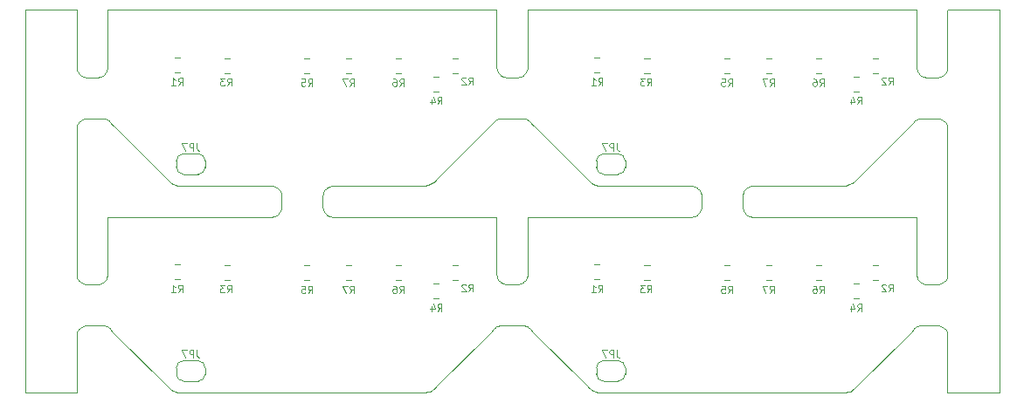
<source format=gbr>
G04 #@! TF.GenerationSoftware,KiCad,Pcbnew,5.1.5+dfsg1-2build2*
G04 #@! TF.CreationDate,2021-02-18T19:40:11-08:00*
G04 #@! TF.ProjectId,panel,70616e65-6c2e-46b6-9963-61645f706362,rev?*
G04 #@! TF.SameCoordinates,Original*
G04 #@! TF.FileFunction,Legend,Bot*
G04 #@! TF.FilePolarity,Positive*
%FSLAX46Y46*%
G04 Gerber Fmt 4.6, Leading zero omitted, Abs format (unit mm)*
G04 Created by KiCad (PCBNEW 5.1.5+dfsg1-2build2) date 2021-02-18 19:40:11*
%MOMM*%
%LPD*%
G04 APERTURE LIST*
G04 #@! TA.AperFunction,Profile*
%ADD10C,0.100000*%
G04 #@! TD*
%ADD11C,0.120000*%
%ADD12C,0.100000*%
G04 APERTURE END LIST*
D10*
X46999000Y-75634600D02*
X46999000Y-61533200D01*
X47003800Y-75731900D02*
X46999000Y-75634600D01*
X47018000Y-75828000D02*
X47003800Y-75731900D01*
X47041600Y-75922200D02*
X47018000Y-75828000D01*
X47074400Y-76013700D02*
X47041600Y-75922200D01*
X47115900Y-76101500D02*
X47074400Y-76013700D01*
X47165900Y-76184900D02*
X47115900Y-76101500D01*
X47223700Y-76262900D02*
X47165900Y-76184900D01*
X47289000Y-76334900D02*
X47223700Y-76262900D01*
X47361000Y-76400100D02*
X47289000Y-76334900D01*
X47439000Y-76458000D02*
X47361000Y-76400100D01*
X47522300Y-76508000D02*
X47439000Y-76458000D01*
X47610100Y-76549500D02*
X47522300Y-76508000D01*
X47701600Y-76582200D02*
X47610100Y-76549500D01*
X47795900Y-76605800D02*
X47701600Y-76582200D01*
X47892000Y-76620100D02*
X47795900Y-76605800D01*
X47989200Y-76624900D02*
X47892000Y-76620100D01*
X49009400Y-76624900D02*
X47989200Y-76624900D01*
X49106700Y-76620100D02*
X49009400Y-76624900D01*
X49202800Y-76605800D02*
X49106700Y-76620100D01*
X49297000Y-76582200D02*
X49202800Y-76605800D01*
X49388500Y-76549500D02*
X49297000Y-76582200D01*
X49476300Y-76508000D02*
X49388500Y-76549500D01*
X49559600Y-76458000D02*
X49476300Y-76508000D01*
X49637600Y-76400200D02*
X49559600Y-76458000D01*
X49709600Y-76334900D02*
X49637600Y-76400200D01*
X49774900Y-76263000D02*
X49709600Y-76334900D01*
X49832700Y-76185000D02*
X49774900Y-76263000D01*
X49882700Y-76101600D02*
X49832700Y-76185000D01*
X49924200Y-76013800D02*
X49882700Y-76101600D01*
X49957000Y-75922400D02*
X49924200Y-76013800D01*
X49980600Y-75828100D02*
X49957000Y-75922400D01*
X49994900Y-75732000D02*
X49980600Y-75828100D01*
X49999700Y-75634800D02*
X49994900Y-75732000D01*
X50000500Y-70096500D02*
X49999700Y-75634800D01*
X50002000Y-70088500D02*
X50000500Y-70096500D01*
X50007000Y-70084000D02*
X50002000Y-70088500D01*
X50014100Y-70082900D02*
X50007000Y-70084000D01*
X65860500Y-70082900D02*
X50014100Y-70082900D01*
X65957800Y-70078100D02*
X65860500Y-70082900D01*
X66053900Y-70063900D02*
X65957800Y-70078100D01*
X66148100Y-70040300D02*
X66053900Y-70063900D01*
X66239600Y-70007500D02*
X66148100Y-70040300D01*
X66327400Y-69966000D02*
X66239600Y-70007500D01*
X66410800Y-69916000D02*
X66327400Y-69966000D01*
X66488800Y-69858200D02*
X66410800Y-69916000D01*
X66560800Y-69792900D02*
X66488800Y-69858200D01*
X66626000Y-69720900D02*
X66560800Y-69792900D01*
X66683900Y-69642900D02*
X66626000Y-69720900D01*
X66733900Y-69559600D02*
X66683900Y-69642900D01*
X66775400Y-69471800D02*
X66733900Y-69559600D01*
X66808100Y-69380300D02*
X66775400Y-69471800D01*
X66831700Y-69286000D02*
X66808100Y-69380300D01*
X66846000Y-69189900D02*
X66831700Y-69286000D01*
X66850800Y-69092700D02*
X66846000Y-69189900D01*
X66850800Y-68072900D02*
X66850800Y-69092700D01*
X66846000Y-67975700D02*
X66850800Y-68072900D01*
X66831700Y-67879600D02*
X66846000Y-67975700D01*
X66808100Y-67785300D02*
X66831700Y-67879600D01*
X66775400Y-67693900D02*
X66808100Y-67785300D01*
X66733900Y-67606100D02*
X66775400Y-67693900D01*
X66683900Y-67522700D02*
X66733900Y-67606100D01*
X66626100Y-67444700D02*
X66683900Y-67522700D01*
X66560800Y-67372700D02*
X66626100Y-67444700D01*
X66488900Y-67307500D02*
X66560800Y-67372700D01*
X66410800Y-67249600D02*
X66488900Y-67307500D01*
X66327500Y-67199600D02*
X66410800Y-67249600D01*
X66239700Y-67158100D02*
X66327500Y-67199600D01*
X66148300Y-67125400D02*
X66239700Y-67158100D01*
X66054000Y-67101700D02*
X66148300Y-67125400D01*
X65957900Y-67087500D02*
X66054000Y-67101700D01*
X65860700Y-67082700D02*
X65957900Y-67087500D01*
X57246500Y-67081300D02*
X65860700Y-67082700D01*
X57036500Y-67069600D02*
X57246500Y-67081300D01*
X57008600Y-67066400D02*
X57036500Y-67069600D01*
X56801700Y-67030900D02*
X57008600Y-67066400D01*
X56599400Y-66973000D02*
X56801700Y-67030900D01*
X56572800Y-66963700D02*
X56599400Y-66973000D01*
X56379000Y-66883000D02*
X56572800Y-66963700D01*
X56182700Y-66774600D02*
X56379000Y-66883000D01*
X55999800Y-66644900D02*
X56182700Y-66774600D01*
X55832100Y-66495400D02*
X55999800Y-66644900D01*
X50589700Y-61255700D02*
X55832100Y-66495400D01*
X50453800Y-61105900D02*
X50589700Y-61255700D01*
X50333400Y-60943900D02*
X50453800Y-61105900D01*
X50274900Y-60872100D02*
X50333400Y-60943900D01*
X50210100Y-60806300D02*
X50274900Y-60872100D01*
X50139500Y-60746800D02*
X50210100Y-60806300D01*
X50063600Y-60694200D02*
X50139500Y-60746800D01*
X49983100Y-60648800D02*
X50063600Y-60694200D01*
X49898800Y-60611100D02*
X49983100Y-60648800D01*
X49811300Y-60581500D02*
X49898800Y-60611100D01*
X49721500Y-60560200D02*
X49811300Y-60581500D01*
X49630000Y-60547300D02*
X49721500Y-60560200D01*
X49537500Y-60543000D02*
X49630000Y-60547300D01*
X47989200Y-60543000D02*
X49537500Y-60543000D01*
X47892000Y-60547700D02*
X47989200Y-60543000D01*
X47795900Y-60562000D02*
X47892000Y-60547700D01*
X47701600Y-60585600D02*
X47795900Y-60562000D01*
X47610100Y-60618300D02*
X47701600Y-60585600D01*
X47522300Y-60659900D02*
X47610100Y-60618300D01*
X47439000Y-60709800D02*
X47522300Y-60659900D01*
X47361000Y-60767700D02*
X47439000Y-60709800D01*
X47289000Y-60832900D02*
X47361000Y-60767700D01*
X47223700Y-60904900D02*
X47289000Y-60832900D01*
X47165900Y-60982900D02*
X47223700Y-60904900D01*
X47115900Y-61066300D02*
X47165900Y-60982900D01*
X47074400Y-61154100D02*
X47115900Y-61066300D01*
X47041600Y-61245600D02*
X47074400Y-61154100D01*
X47018000Y-61339800D02*
X47041600Y-61245600D01*
X47003800Y-61435900D02*
X47018000Y-61339800D01*
X46999000Y-61533200D02*
X47003800Y-61435900D01*
X87255200Y-61092200D02*
X87359300Y-60950100D01*
X87107800Y-61254900D02*
X87255200Y-61092200D01*
X81868200Y-66494500D02*
X87107800Y-61254900D01*
X81727400Y-66622400D02*
X81868200Y-66494500D01*
X81708400Y-66638100D02*
X81727400Y-66622400D01*
X81560100Y-66747600D02*
X81708400Y-66638100D01*
X81391700Y-66848500D02*
X81560100Y-66747600D01*
X81214100Y-66932500D02*
X81391700Y-66848500D01*
X81041200Y-66994600D02*
X81214100Y-66932500D01*
X81017600Y-67001800D02*
X81041200Y-66994600D01*
X80839200Y-67046200D02*
X81017600Y-67001800D01*
X80657000Y-67073500D02*
X80839200Y-67046200D01*
X80632500Y-67075900D02*
X80657000Y-67073500D01*
X80448700Y-67084800D02*
X80632500Y-67075900D01*
X71843200Y-67083600D02*
X80448700Y-67084800D01*
X71745900Y-67088400D02*
X71843200Y-67083600D01*
X71649800Y-67102600D02*
X71745900Y-67088400D01*
X71555500Y-67126200D02*
X71649800Y-67102600D01*
X71464000Y-67158900D02*
X71555500Y-67126200D01*
X71376200Y-67200500D02*
X71464000Y-67158900D01*
X71292800Y-67250400D02*
X71376200Y-67200500D01*
X71214800Y-67308300D02*
X71292800Y-67250400D01*
X71142800Y-67373500D02*
X71214800Y-67308300D01*
X71077500Y-67445500D02*
X71142800Y-67373500D01*
X71019600Y-67523500D02*
X71077500Y-67445500D01*
X70969700Y-67606900D02*
X71019600Y-67523500D01*
X70928100Y-67694700D02*
X70969700Y-67606900D01*
X70895400Y-67786200D02*
X70928100Y-67694700D01*
X70871800Y-67880400D02*
X70895400Y-67786200D01*
X70857500Y-67976600D02*
X70871800Y-67880400D01*
X70852800Y-68073800D02*
X70857500Y-67976600D01*
X70852800Y-69092700D02*
X70852800Y-68073800D01*
X70857500Y-69189900D02*
X70852800Y-69092700D01*
X70871800Y-69286000D02*
X70857500Y-69189900D01*
X70895400Y-69380300D02*
X70871800Y-69286000D01*
X70928100Y-69471800D02*
X70895400Y-69380300D01*
X70969700Y-69559600D02*
X70928100Y-69471800D01*
X71019600Y-69642900D02*
X70969700Y-69559600D01*
X71077500Y-69720900D02*
X71019600Y-69642900D01*
X71142700Y-69792900D02*
X71077500Y-69720900D01*
X71214700Y-69858200D02*
X71142700Y-69792900D01*
X71292800Y-69916000D02*
X71214700Y-69858200D01*
X71376100Y-69966000D02*
X71292800Y-69916000D01*
X71463900Y-70007500D02*
X71376100Y-69966000D01*
X71555400Y-70040300D02*
X71463900Y-70007500D01*
X71649600Y-70063900D02*
X71555400Y-70040300D01*
X71745700Y-70078100D02*
X71649600Y-70063900D01*
X71843000Y-70082900D02*
X71745700Y-70078100D01*
X87686000Y-70082900D02*
X71843000Y-70082900D01*
X87693100Y-70084000D02*
X87686000Y-70082900D01*
X87698100Y-70088500D02*
X87693100Y-70084000D01*
X87699600Y-70096500D02*
X87698100Y-70088500D01*
X87702400Y-75635100D02*
X87699600Y-70096500D01*
X87707200Y-75732400D02*
X87702400Y-75635100D01*
X87721500Y-75828400D02*
X87707200Y-75732400D01*
X87745100Y-75922600D02*
X87721500Y-75828400D01*
X87777900Y-76014100D02*
X87745100Y-75922600D01*
X87819400Y-76101800D02*
X87777900Y-76014100D01*
X87869400Y-76185100D02*
X87819400Y-76101800D01*
X87927300Y-76263100D02*
X87869400Y-76185100D01*
X87992500Y-76335100D02*
X87927300Y-76263100D01*
X88064500Y-76400300D02*
X87992500Y-76335100D01*
X88142500Y-76458100D02*
X88064500Y-76400300D01*
X88225800Y-76508000D02*
X88142500Y-76458100D01*
X88313600Y-76549500D02*
X88225800Y-76508000D01*
X88405100Y-76582300D02*
X88313600Y-76549500D01*
X88499300Y-76605800D02*
X88405100Y-76582300D01*
X88595300Y-76620100D02*
X88499300Y-76605800D01*
X88692600Y-76624900D02*
X88595300Y-76620100D01*
X89712900Y-76624900D02*
X88692600Y-76624900D01*
X89810200Y-76620100D02*
X89712900Y-76624900D01*
X89906300Y-76605800D02*
X89810200Y-76620100D01*
X90000500Y-76582200D02*
X89906300Y-76605800D01*
X90092000Y-76549500D02*
X90000500Y-76582200D01*
X90179800Y-76508000D02*
X90092000Y-76549500D01*
X90263100Y-76458000D02*
X90179800Y-76508000D01*
X90341100Y-76400200D02*
X90263100Y-76458000D01*
X90413100Y-76334900D02*
X90341100Y-76400200D01*
X90478400Y-76263000D02*
X90413100Y-76334900D01*
X90536200Y-76185000D02*
X90478400Y-76263000D01*
X90586200Y-76101600D02*
X90536200Y-76185000D01*
X90627700Y-76013800D02*
X90586200Y-76101600D01*
X90660500Y-75922400D02*
X90627700Y-76013800D01*
X90684100Y-75828100D02*
X90660500Y-75922400D01*
X90698400Y-75732000D02*
X90684100Y-75828100D01*
X90703200Y-75634800D02*
X90698400Y-75732000D01*
X90704000Y-70096500D02*
X90703200Y-75634800D01*
X90705500Y-70088500D02*
X90704000Y-70096500D01*
X90710500Y-70084000D02*
X90705500Y-70088500D01*
X90717600Y-70082900D02*
X90710500Y-70084000D01*
X106564000Y-70082900D02*
X90717600Y-70082900D01*
X106661300Y-70078100D02*
X106564000Y-70082900D01*
X106757400Y-70063900D02*
X106661300Y-70078100D01*
X106851700Y-70040300D02*
X106757400Y-70063900D01*
X106943100Y-70007500D02*
X106851700Y-70040300D01*
X107031000Y-69966000D02*
X106943100Y-70007500D01*
X107114300Y-69916000D02*
X107031000Y-69966000D01*
X107192300Y-69858200D02*
X107114300Y-69916000D01*
X107264300Y-69792900D02*
X107192300Y-69858200D01*
X107329600Y-69720900D02*
X107264300Y-69792900D01*
X107387400Y-69642900D02*
X107329600Y-69720900D01*
X107437400Y-69559600D02*
X107387400Y-69642900D01*
X107478900Y-69471800D02*
X107437400Y-69559600D01*
X107511600Y-69380300D02*
X107478900Y-69471800D01*
X107535200Y-69286000D02*
X107511600Y-69380300D01*
X107549500Y-69189900D02*
X107535200Y-69286000D01*
X107554300Y-69092700D02*
X107549500Y-69189900D01*
X107554300Y-68072900D02*
X107554300Y-69092700D01*
X107549500Y-67975700D02*
X107554300Y-68072900D01*
X107535300Y-67879600D02*
X107549500Y-67975700D01*
X107511600Y-67785300D02*
X107535300Y-67879600D01*
X107478900Y-67693900D02*
X107511600Y-67785300D01*
X107437400Y-67606100D02*
X107478900Y-67693900D01*
X107387500Y-67522700D02*
X107437400Y-67606100D01*
X107329600Y-67444700D02*
X107387500Y-67522700D01*
X107264400Y-67372700D02*
X107329600Y-67444700D01*
X107192400Y-67307500D02*
X107264400Y-67372700D01*
X107114400Y-67249600D02*
X107192400Y-67307500D01*
X107031000Y-67199600D02*
X107114400Y-67249600D01*
X106943200Y-67158100D02*
X107031000Y-67199600D01*
X106851800Y-67125400D02*
X106943200Y-67158100D01*
X106757500Y-67101700D02*
X106851800Y-67125400D01*
X106661500Y-67087500D02*
X106757500Y-67101700D01*
X106564200Y-67082700D02*
X106661500Y-67087500D01*
X97950000Y-67081300D02*
X106564200Y-67082700D01*
X97740100Y-67069600D02*
X97950000Y-67081300D01*
X97712100Y-67066400D02*
X97740100Y-67069600D01*
X97504700Y-67030700D02*
X97712100Y-67066400D01*
X97302600Y-66972900D02*
X97504700Y-67030700D01*
X97276300Y-66963700D02*
X97302600Y-66972900D01*
X97082500Y-66883000D02*
X97276300Y-66963700D01*
X96886200Y-66774600D02*
X97082500Y-66883000D01*
X96703300Y-66644900D02*
X96886200Y-66774600D01*
X96535600Y-66495400D02*
X96703300Y-66644900D01*
X91293200Y-61255700D02*
X96535600Y-66495400D01*
X91157400Y-61105900D02*
X91293200Y-61255700D01*
X91036900Y-60943900D02*
X91157400Y-61105900D01*
X90978400Y-60872100D02*
X91036900Y-60943900D01*
X90913600Y-60806300D02*
X90978400Y-60872100D01*
X90843000Y-60746800D02*
X90913600Y-60806300D01*
X90767100Y-60694200D02*
X90843000Y-60746800D01*
X90686600Y-60648800D02*
X90767100Y-60694200D01*
X90602300Y-60611100D02*
X90686600Y-60648800D01*
X90514800Y-60581500D02*
X90602300Y-60611100D01*
X90425000Y-60560200D02*
X90514800Y-60581500D01*
X90333500Y-60547300D02*
X90425000Y-60560200D01*
X90241000Y-60543000D02*
X90333500Y-60547300D01*
X88159700Y-60543000D02*
X90241000Y-60543000D01*
X88066500Y-60547300D02*
X88159700Y-60543000D01*
X87974300Y-60560400D02*
X88066500Y-60547300D01*
X87883700Y-60582200D02*
X87974300Y-60560400D01*
X87795600Y-60612300D02*
X87883700Y-60582200D01*
X87710700Y-60650500D02*
X87795600Y-60612300D01*
X87629800Y-60696600D02*
X87710700Y-60650500D01*
X87553500Y-60750100D02*
X87629800Y-60696600D01*
X87482600Y-60810500D02*
X87553500Y-60750100D01*
X87417800Y-60877300D02*
X87482600Y-60810500D01*
X87359300Y-60950100D02*
X87417800Y-60877300D01*
X127958800Y-61092200D02*
X128062800Y-60950100D01*
X127811300Y-61254900D02*
X127958800Y-61092200D01*
X122571700Y-66494500D02*
X127811300Y-61254900D01*
X122431000Y-66622400D02*
X122571700Y-66494500D01*
X122411900Y-66638100D02*
X122431000Y-66622400D01*
X122263700Y-66747600D02*
X122411900Y-66638100D01*
X122095200Y-66848500D02*
X122263700Y-66747600D01*
X121917700Y-66932500D02*
X122095200Y-66848500D01*
X121744700Y-66994600D02*
X121917700Y-66932500D01*
X121721100Y-67001800D02*
X121744700Y-66994600D01*
X121542700Y-67046200D02*
X121721100Y-67001800D01*
X121360500Y-67073500D02*
X121542700Y-67046200D01*
X121336000Y-67075900D02*
X121360500Y-67073500D01*
X121152200Y-67084800D02*
X121336000Y-67075900D01*
X112546700Y-67083600D02*
X121152200Y-67084800D01*
X112449400Y-67088400D02*
X112546700Y-67083600D01*
X112353300Y-67102600D02*
X112449400Y-67088400D01*
X112259000Y-67126200D02*
X112353300Y-67102600D01*
X112167500Y-67158900D02*
X112259000Y-67126200D01*
X112079700Y-67200500D02*
X112167500Y-67158900D01*
X111996400Y-67250400D02*
X112079700Y-67200500D01*
X111918300Y-67308300D02*
X111996400Y-67250400D01*
X111846300Y-67373500D02*
X111918300Y-67308300D01*
X111781100Y-67445500D02*
X111846300Y-67373500D01*
X111723200Y-67523500D02*
X111781100Y-67445500D01*
X111673200Y-67606900D02*
X111723200Y-67523500D01*
X111631700Y-67694700D02*
X111673200Y-67606900D01*
X111598900Y-67786200D02*
X111631700Y-67694700D01*
X111575300Y-67880400D02*
X111598900Y-67786200D01*
X111561100Y-67976600D02*
X111575300Y-67880400D01*
X111556300Y-68073800D02*
X111561100Y-67976600D01*
X111556300Y-69092700D02*
X111556300Y-68073800D01*
X111561100Y-69189900D02*
X111556300Y-69092700D01*
X111575300Y-69286000D02*
X111561100Y-69189900D01*
X111598900Y-69380300D02*
X111575300Y-69286000D01*
X111631700Y-69471800D02*
X111598900Y-69380300D01*
X111673200Y-69559600D02*
X111631700Y-69471800D01*
X111723100Y-69642900D02*
X111673200Y-69559600D01*
X111781000Y-69720900D02*
X111723100Y-69642900D01*
X111846300Y-69792900D02*
X111781000Y-69720900D01*
X111918200Y-69858200D02*
X111846300Y-69792900D01*
X111996300Y-69916000D02*
X111918200Y-69858200D01*
X112079600Y-69966000D02*
X111996300Y-69916000D01*
X112167400Y-70007500D02*
X112079600Y-69966000D01*
X112258900Y-70040300D02*
X112167400Y-70007500D01*
X112353100Y-70063900D02*
X112258900Y-70040300D01*
X112449200Y-70078100D02*
X112353100Y-70063900D01*
X112546500Y-70082900D02*
X112449200Y-70078100D01*
X128389500Y-70082900D02*
X112546500Y-70082900D01*
X128396600Y-70084000D02*
X128389500Y-70082900D01*
X128401600Y-70088500D02*
X128396600Y-70084000D01*
X128403100Y-70096500D02*
X128401600Y-70088500D01*
X128405900Y-75635100D02*
X128403100Y-70096500D01*
X128410700Y-75732400D02*
X128405900Y-75635100D01*
X128425000Y-75828400D02*
X128410700Y-75732400D01*
X128448600Y-75922600D02*
X128425000Y-75828400D01*
X128481400Y-76014100D02*
X128448600Y-75922600D01*
X128522900Y-76101800D02*
X128481400Y-76014100D01*
X128572900Y-76185100D02*
X128522900Y-76101800D01*
X128630800Y-76263100D02*
X128572900Y-76185100D01*
X128696000Y-76335100D02*
X128630800Y-76263100D01*
X128768000Y-76400300D02*
X128696000Y-76335100D01*
X128846000Y-76458100D02*
X128768000Y-76400300D01*
X128929300Y-76508000D02*
X128846000Y-76458100D01*
X129017100Y-76549500D02*
X128929300Y-76508000D01*
X129108600Y-76582300D02*
X129017100Y-76549500D01*
X129202800Y-76605800D02*
X129108600Y-76582300D01*
X129298900Y-76620100D02*
X129202800Y-76605800D01*
X129396100Y-76624900D02*
X129298900Y-76620100D01*
X130416800Y-76624900D02*
X129396100Y-76624900D01*
X130514100Y-76620100D02*
X130416800Y-76624900D01*
X130610200Y-76605800D02*
X130514100Y-76620100D01*
X130704400Y-76582200D02*
X130610200Y-76605800D01*
X130795900Y-76549500D02*
X130704400Y-76582200D01*
X130883700Y-76508000D02*
X130795900Y-76549500D01*
X130967000Y-76458000D02*
X130883700Y-76508000D01*
X131045100Y-76400100D02*
X130967000Y-76458000D01*
X131117100Y-76334900D02*
X131045100Y-76400100D01*
X131182300Y-76262900D02*
X131117100Y-76334900D01*
X131240200Y-76184900D02*
X131182300Y-76262900D01*
X131290100Y-76101500D02*
X131240200Y-76184900D01*
X131331700Y-76013700D02*
X131290100Y-76101500D01*
X131364400Y-75922200D02*
X131331700Y-76013700D01*
X131388000Y-75828000D02*
X131364400Y-75922200D01*
X131402300Y-75731900D02*
X131388000Y-75828000D01*
X131407000Y-75634600D02*
X131402300Y-75731900D01*
X131407000Y-61533200D02*
X131407000Y-75634600D01*
X131402300Y-61435900D02*
X131407000Y-61533200D01*
X131388000Y-61339800D02*
X131402300Y-61435900D01*
X131364400Y-61245600D02*
X131388000Y-61339800D01*
X131331700Y-61154100D02*
X131364400Y-61245600D01*
X131290100Y-61066300D02*
X131331700Y-61154100D01*
X131240200Y-60982900D02*
X131290100Y-61066300D01*
X131182300Y-60904900D02*
X131240200Y-60982900D01*
X131117100Y-60832900D02*
X131182300Y-60904900D01*
X131045100Y-60767700D02*
X131117100Y-60832900D01*
X130967000Y-60709800D02*
X131045100Y-60767700D01*
X130883700Y-60659900D02*
X130967000Y-60709800D01*
X130795900Y-60618300D02*
X130883700Y-60659900D01*
X130704400Y-60585600D02*
X130795900Y-60618300D01*
X130610200Y-60562000D02*
X130704400Y-60585600D01*
X130514100Y-60547700D02*
X130610200Y-60562000D01*
X130416800Y-60543000D02*
X130514100Y-60547700D01*
X128863200Y-60543000D02*
X130416800Y-60543000D01*
X128770000Y-60547300D02*
X128863200Y-60543000D01*
X128677800Y-60560400D02*
X128770000Y-60547300D01*
X128587200Y-60582200D02*
X128677800Y-60560400D01*
X128499100Y-60612300D02*
X128587200Y-60582200D01*
X128414200Y-60650500D02*
X128499100Y-60612300D01*
X128333300Y-60696600D02*
X128414200Y-60650500D01*
X128257000Y-60750100D02*
X128333300Y-60696600D01*
X128186200Y-60810500D02*
X128257000Y-60750100D01*
X128121300Y-60877300D02*
X128186200Y-60810500D01*
X128062800Y-60950100D02*
X128121300Y-60877300D01*
X46974500Y-49999000D02*
X42010200Y-49999700D01*
X46989800Y-49999800D02*
X46974500Y-49999000D01*
X46995700Y-50003000D02*
X46989800Y-49999800D01*
X46998200Y-50008200D02*
X46995700Y-50003000D01*
X46999000Y-50023500D02*
X46998200Y-50008200D01*
X46999000Y-55550700D02*
X46999000Y-50023500D01*
X47003800Y-55648000D02*
X46999000Y-55550700D01*
X47018000Y-55744100D02*
X47003800Y-55648000D01*
X47041600Y-55838300D02*
X47018000Y-55744100D01*
X47074400Y-55929800D02*
X47041600Y-55838300D01*
X47115900Y-56017600D02*
X47074400Y-55929800D01*
X47165900Y-56101000D02*
X47115900Y-56017600D01*
X47223700Y-56179000D02*
X47165900Y-56101000D01*
X47289000Y-56251000D02*
X47223700Y-56179000D01*
X47361000Y-56316200D02*
X47289000Y-56251000D01*
X47439000Y-56374100D02*
X47361000Y-56316200D01*
X47522300Y-56424000D02*
X47439000Y-56374100D01*
X47610100Y-56465600D02*
X47522300Y-56424000D01*
X47701600Y-56498300D02*
X47610100Y-56465600D01*
X47795900Y-56521900D02*
X47701600Y-56498300D01*
X47892000Y-56536200D02*
X47795900Y-56521900D01*
X47989200Y-56541000D02*
X47892000Y-56536200D01*
X49009400Y-56541000D02*
X47989200Y-56541000D01*
X49106700Y-56536200D02*
X49009400Y-56541000D01*
X49202800Y-56521900D02*
X49106700Y-56536200D01*
X49297000Y-56498300D02*
X49202800Y-56521900D01*
X49388500Y-56465600D02*
X49297000Y-56498300D01*
X49476300Y-56424100D02*
X49388500Y-56465600D01*
X49559600Y-56374100D02*
X49476300Y-56424100D01*
X49637600Y-56316300D02*
X49559600Y-56374100D01*
X49709600Y-56251000D02*
X49637600Y-56316300D01*
X49774900Y-56179100D02*
X49709600Y-56251000D01*
X49832700Y-56101000D02*
X49774900Y-56179100D01*
X49882700Y-56017700D02*
X49832700Y-56101000D01*
X49924200Y-55929900D02*
X49882700Y-56017700D01*
X49957000Y-55838500D02*
X49924200Y-55929900D01*
X49980600Y-55744200D02*
X49957000Y-55838500D01*
X49994900Y-55648100D02*
X49980600Y-55744200D01*
X49999700Y-55550900D02*
X49994900Y-55648100D01*
X50000500Y-50012600D02*
X49999700Y-55550900D01*
X50001300Y-50006400D02*
X50000500Y-50012600D01*
X50003800Y-50002300D02*
X50001300Y-50006400D01*
X50007900Y-49999800D02*
X50003800Y-50002300D01*
X50013200Y-49999000D02*
X50007900Y-49999800D01*
X87691200Y-49999500D02*
X50013200Y-49999000D01*
X87697600Y-50003800D02*
X87691200Y-49999500D01*
X87699600Y-50012600D02*
X87697600Y-50003800D01*
X87702400Y-55551200D02*
X87699600Y-50012600D01*
X87707200Y-55648400D02*
X87702400Y-55551200D01*
X87721500Y-55744500D02*
X87707200Y-55648400D01*
X87745100Y-55838700D02*
X87721500Y-55744500D01*
X87777900Y-55930100D02*
X87745100Y-55838700D01*
X87819400Y-56017900D02*
X87777900Y-55930100D01*
X87869400Y-56101200D02*
X87819400Y-56017900D01*
X87927300Y-56179200D02*
X87869400Y-56101200D01*
X87992500Y-56251200D02*
X87927300Y-56179200D01*
X88064500Y-56316400D02*
X87992500Y-56251200D01*
X88142500Y-56374200D02*
X88064500Y-56316400D01*
X88225800Y-56424100D02*
X88142500Y-56374200D01*
X88313600Y-56465600D02*
X88225800Y-56424100D01*
X88405100Y-56498300D02*
X88313600Y-56465600D01*
X88499300Y-56521900D02*
X88405100Y-56498300D01*
X88595300Y-56536200D02*
X88499300Y-56521900D01*
X88692600Y-56541000D02*
X88595300Y-56536200D01*
X89712900Y-56541000D02*
X88692600Y-56541000D01*
X89810200Y-56536200D02*
X89712900Y-56541000D01*
X89906300Y-56521900D02*
X89810200Y-56536200D01*
X90000500Y-56498300D02*
X89906300Y-56521900D01*
X90092000Y-56465600D02*
X90000500Y-56498300D01*
X90179800Y-56424100D02*
X90092000Y-56465600D01*
X90263100Y-56374100D02*
X90179800Y-56424100D01*
X90341100Y-56316300D02*
X90263100Y-56374100D01*
X90413100Y-56251000D02*
X90341100Y-56316300D01*
X90478400Y-56179100D02*
X90413100Y-56251000D01*
X90536200Y-56101000D02*
X90478400Y-56179100D01*
X90586200Y-56017700D02*
X90536200Y-56101000D01*
X90627700Y-55929900D02*
X90586200Y-56017700D01*
X90660500Y-55838500D02*
X90627700Y-55929900D01*
X90684100Y-55744200D02*
X90660500Y-55838500D01*
X90698400Y-55648100D02*
X90684100Y-55744200D01*
X90703200Y-55550900D02*
X90698400Y-55648100D01*
X90704000Y-50012600D02*
X90703200Y-55550900D01*
X90706000Y-50003800D02*
X90704000Y-50012600D01*
X90713300Y-49999400D02*
X90706000Y-50003800D01*
X128394700Y-49999500D02*
X90713300Y-49999400D01*
X128401100Y-50003800D02*
X128394700Y-49999500D01*
X128403100Y-50012600D02*
X128401100Y-50003800D01*
X128405900Y-55551200D02*
X128403100Y-50012600D01*
X128410700Y-55648500D02*
X128405900Y-55551200D01*
X128425000Y-55744500D02*
X128410700Y-55648500D01*
X128448600Y-55838700D02*
X128425000Y-55744500D01*
X128481400Y-55930100D02*
X128448600Y-55838700D01*
X128522900Y-56017900D02*
X128481400Y-55930100D01*
X128572900Y-56101200D02*
X128522900Y-56017900D01*
X128630800Y-56179200D02*
X128572900Y-56101200D01*
X128696000Y-56251200D02*
X128630800Y-56179200D01*
X128768000Y-56316400D02*
X128696000Y-56251200D01*
X128846000Y-56374200D02*
X128768000Y-56316400D01*
X128929300Y-56424100D02*
X128846000Y-56374200D01*
X129017100Y-56465600D02*
X128929300Y-56424100D01*
X129108600Y-56498300D02*
X129017100Y-56465600D01*
X129202800Y-56521900D02*
X129108600Y-56498300D01*
X129298900Y-56536200D02*
X129202800Y-56521900D01*
X129396100Y-56541000D02*
X129298900Y-56536200D01*
X130416800Y-56541000D02*
X129396100Y-56541000D01*
X130514100Y-56536200D02*
X130416800Y-56541000D01*
X130610200Y-56521900D02*
X130514100Y-56536200D01*
X130704400Y-56498300D02*
X130610200Y-56521900D01*
X130795900Y-56465600D02*
X130704400Y-56498300D01*
X130883700Y-56424000D02*
X130795900Y-56465600D01*
X130967000Y-56374100D02*
X130883700Y-56424000D01*
X131045100Y-56316200D02*
X130967000Y-56374100D01*
X131117100Y-56251000D02*
X131045100Y-56316200D01*
X131182300Y-56179000D02*
X131117100Y-56251000D01*
X131240200Y-56101000D02*
X131182300Y-56179000D01*
X131290100Y-56017600D02*
X131240200Y-56101000D01*
X131331700Y-55929800D02*
X131290100Y-56017600D01*
X131364400Y-55838300D02*
X131331700Y-55929800D01*
X131388000Y-55744100D02*
X131364400Y-55838300D01*
X131402300Y-55648000D02*
X131388000Y-55744100D01*
X131407000Y-55550700D02*
X131402300Y-55648000D01*
X131407000Y-50023500D02*
X131407000Y-55550700D01*
X131407800Y-50008200D02*
X131407000Y-50023500D01*
X131411000Y-50002300D02*
X131407800Y-50008200D01*
X131416300Y-49999800D02*
X131411000Y-50002300D01*
X131431600Y-49999000D02*
X131416300Y-49999800D01*
X136383500Y-49999000D02*
X131431600Y-49999000D01*
X136400700Y-50000300D02*
X136383500Y-49999000D01*
X136406800Y-50006300D02*
X136400700Y-50000300D01*
X136408000Y-50023500D02*
X136406800Y-50006300D01*
X136408000Y-87144300D02*
X136408000Y-50023500D01*
X136406800Y-87161500D02*
X136408000Y-87144300D01*
X136400700Y-87167500D02*
X136406800Y-87161500D01*
X136383500Y-87168800D02*
X136400700Y-87167500D01*
X131431600Y-87168800D02*
X136383500Y-87168800D01*
X131416300Y-87168000D02*
X131431600Y-87168800D01*
X131410300Y-87164800D02*
X131416300Y-87168000D01*
X131407800Y-87159600D02*
X131410300Y-87164800D01*
X131407000Y-87144300D02*
X131407800Y-87159600D01*
X131407000Y-81617100D02*
X131407000Y-87144300D01*
X131402300Y-81519800D02*
X131407000Y-81617100D01*
X131388000Y-81423700D02*
X131402300Y-81519800D01*
X131364400Y-81329500D02*
X131388000Y-81423700D01*
X131331700Y-81238000D02*
X131364400Y-81329500D01*
X131290100Y-81150200D02*
X131331700Y-81238000D01*
X131240200Y-81066900D02*
X131290100Y-81150200D01*
X131182300Y-80988800D02*
X131240200Y-81066900D01*
X131117100Y-80916800D02*
X131182300Y-80988800D01*
X131045100Y-80851600D02*
X131117100Y-80916800D01*
X130967000Y-80793700D02*
X131045100Y-80851600D01*
X130883700Y-80743800D02*
X130967000Y-80793700D01*
X130795900Y-80702200D02*
X130883700Y-80743800D01*
X130704400Y-80669500D02*
X130795900Y-80702200D01*
X130610200Y-80645900D02*
X130704400Y-80669500D01*
X130514100Y-80631600D02*
X130610200Y-80645900D01*
X130416800Y-80626900D02*
X130514100Y-80631600D01*
X128863200Y-80626900D02*
X130416800Y-80626900D01*
X128770000Y-80631300D02*
X128863200Y-80626900D01*
X128677800Y-80644400D02*
X128770000Y-80631300D01*
X128587200Y-80666100D02*
X128677800Y-80644400D01*
X128499100Y-80696200D02*
X128587200Y-80666100D01*
X128414200Y-80734400D02*
X128499100Y-80696200D01*
X128333300Y-80780500D02*
X128414200Y-80734400D01*
X128257000Y-80834000D02*
X128333300Y-80780500D01*
X128186200Y-80894400D02*
X128257000Y-80834000D01*
X128121300Y-80961200D02*
X128186200Y-80894400D01*
X128062800Y-81034000D02*
X128121300Y-80961200D01*
X127958800Y-81176100D02*
X128062800Y-81034000D01*
X127811300Y-81338800D02*
X127958800Y-81176100D01*
X122571700Y-86578400D02*
X127811300Y-81338800D01*
X122431000Y-86706300D02*
X122571700Y-86578400D01*
X122411900Y-86722000D02*
X122431000Y-86706300D01*
X122274000Y-86824300D02*
X122411900Y-86722000D01*
X122253500Y-86838000D02*
X122274000Y-86824300D01*
X122095200Y-86932400D02*
X122253500Y-86838000D01*
X121929200Y-87011300D02*
X122095200Y-86932400D01*
X121906400Y-87020700D02*
X121929200Y-87011300D01*
X121732800Y-87082500D02*
X121906400Y-87020700D01*
X121542300Y-87130200D02*
X121732800Y-87082500D01*
X121348000Y-87158900D02*
X121542300Y-87130200D01*
X121146000Y-87168800D02*
X121348000Y-87158900D01*
X97956900Y-87165300D02*
X121146000Y-87168800D01*
X97726300Y-87152300D02*
X97956900Y-87165300D01*
X97518500Y-87117400D02*
X97726300Y-87152300D01*
X97491300Y-87111200D02*
X97518500Y-87117400D01*
X97289200Y-87052500D02*
X97491300Y-87111200D01*
X97095200Y-86972600D02*
X97289200Y-87052500D01*
X97069800Y-86960400D02*
X97095200Y-86972600D01*
X96886200Y-86858500D02*
X97069800Y-86960400D01*
X96714400Y-86737100D02*
X96886200Y-86858500D01*
X96692400Y-86719600D02*
X96714400Y-86737100D01*
X96535800Y-86579500D02*
X96692400Y-86719600D01*
X91293200Y-81339600D02*
X96535800Y-86579500D01*
X91157400Y-81189800D02*
X91293200Y-81339600D01*
X91036900Y-81027800D02*
X91157400Y-81189800D01*
X90978400Y-80956000D02*
X91036900Y-81027800D01*
X90913600Y-80890200D02*
X90978400Y-80956000D01*
X90843000Y-80830700D02*
X90913600Y-80890200D01*
X90767100Y-80778100D02*
X90843000Y-80830700D01*
X90686600Y-80732700D02*
X90767100Y-80778100D01*
X90602300Y-80695100D02*
X90686600Y-80732700D01*
X90514800Y-80665400D02*
X90602300Y-80695100D01*
X90425000Y-80644100D02*
X90514800Y-80665400D01*
X90333500Y-80631200D02*
X90425000Y-80644100D01*
X90241000Y-80626900D02*
X90333500Y-80631200D01*
X88159700Y-80626900D02*
X90241000Y-80626900D01*
X88066500Y-80631300D02*
X88159700Y-80626900D01*
X87974300Y-80644400D02*
X88066500Y-80631300D01*
X87883700Y-80666100D02*
X87974300Y-80644400D01*
X87795600Y-80696200D02*
X87883700Y-80666100D01*
X87710700Y-80734400D02*
X87795600Y-80696200D01*
X87629800Y-80780500D02*
X87710700Y-80734400D01*
X87553500Y-80834000D02*
X87629800Y-80780500D01*
X87482600Y-80894400D02*
X87553500Y-80834000D01*
X87417800Y-80961200D02*
X87482600Y-80894400D01*
X87359300Y-81034000D02*
X87417800Y-80961200D01*
X87255200Y-81176100D02*
X87359300Y-81034000D01*
X87107800Y-81338800D02*
X87255200Y-81176100D01*
X81868200Y-86578400D02*
X87107800Y-81338800D01*
X81718300Y-86714300D02*
X81868200Y-86578400D01*
X81560500Y-86831200D02*
X81718300Y-86714300D01*
X81392100Y-86932200D02*
X81560500Y-86831200D01*
X81214600Y-87016200D02*
X81392100Y-86932200D01*
X81041200Y-87078500D02*
X81214600Y-87016200D01*
X81017600Y-87085700D02*
X81041200Y-87078500D01*
X80851000Y-87127400D02*
X81017600Y-87085700D01*
X80826900Y-87132200D02*
X80851000Y-87127400D01*
X80644500Y-87158900D02*
X80826900Y-87132200D01*
X80442500Y-87168800D02*
X80644500Y-87158900D01*
X57253400Y-87165300D02*
X80442500Y-87168800D01*
X57022800Y-87152300D02*
X57253400Y-87165300D01*
X56801700Y-87114800D02*
X57022800Y-87152300D01*
X56585700Y-87052500D02*
X56801700Y-87114800D01*
X56391600Y-86972600D02*
X56585700Y-87052500D01*
X56366300Y-86960400D02*
X56391600Y-86972600D01*
X56182700Y-86858500D02*
X56366300Y-86960400D01*
X56010900Y-86737100D02*
X56182700Y-86858500D01*
X55988900Y-86719600D02*
X56010900Y-86737100D01*
X55832300Y-86579500D02*
X55988900Y-86719600D01*
X50589800Y-81339700D02*
X55832300Y-86579500D01*
X50453500Y-81189400D02*
X50589800Y-81339700D01*
X50338400Y-81034800D02*
X50453500Y-81189400D01*
X50288900Y-80972000D02*
X50338400Y-81034800D01*
X50223800Y-80903100D02*
X50288900Y-80972000D01*
X50152500Y-80840800D02*
X50223800Y-80903100D01*
X50075500Y-80785700D02*
X50152500Y-80840800D01*
X49993600Y-80738100D02*
X50075500Y-80785700D01*
X49907500Y-80698500D02*
X49993600Y-80738100D01*
X49818100Y-80667400D02*
X49907500Y-80698500D01*
X49726100Y-80645000D02*
X49818100Y-80667400D01*
X49632400Y-80631400D02*
X49726100Y-80645000D01*
X49537500Y-80626900D02*
X49632400Y-80631400D01*
X47989200Y-80626900D02*
X49537500Y-80626900D01*
X47892000Y-80631600D02*
X47989200Y-80626900D01*
X47795900Y-80645900D02*
X47892000Y-80631600D01*
X47701600Y-80669500D02*
X47795900Y-80645900D01*
X47610100Y-80702200D02*
X47701600Y-80669500D01*
X47522300Y-80743800D02*
X47610100Y-80702200D01*
X47439000Y-80793700D02*
X47522300Y-80743800D01*
X47361000Y-80851600D02*
X47439000Y-80793700D01*
X47289000Y-80916800D02*
X47361000Y-80851600D01*
X47223700Y-80988800D02*
X47289000Y-80916800D01*
X47165900Y-81066900D02*
X47223700Y-80988800D01*
X47115900Y-81150200D02*
X47165900Y-81066900D01*
X47074400Y-81238000D02*
X47115900Y-81150200D01*
X47041600Y-81329500D02*
X47074400Y-81238000D01*
X47018000Y-81423700D02*
X47041600Y-81329500D01*
X47003800Y-81519800D02*
X47018000Y-81423700D01*
X46999000Y-81617100D02*
X47003800Y-81519800D01*
X46999000Y-87144300D02*
X46999000Y-81617100D01*
X46998200Y-87159600D02*
X46999000Y-87144300D01*
X46995700Y-87164800D02*
X46998200Y-87159600D01*
X46989800Y-87168000D02*
X46995700Y-87164800D01*
X46974500Y-87168800D02*
X46989800Y-87168000D01*
X42024500Y-87168800D02*
X46974500Y-87168800D01*
X42007300Y-87167500D02*
X42024500Y-87168800D01*
X42001300Y-87161500D02*
X42007300Y-87167500D01*
X42000000Y-87144300D02*
X42001300Y-87161500D01*
X42000000Y-50023500D02*
X42000000Y-87144300D01*
X42001600Y-50005400D02*
X42000000Y-50023500D01*
X42004700Y-50001600D02*
X42001600Y-50005400D01*
X42010200Y-49999700D02*
X42004700Y-50001600D01*
D11*
G04 #@! TO.C,JP7*
X99478122Y-84037911D02*
X98078122Y-84037911D01*
X97378122Y-84737911D02*
X97378122Y-85337911D01*
X98078122Y-86037911D02*
X99478122Y-86037911D01*
X100178122Y-85337911D02*
X100178122Y-84737911D01*
X98078122Y-84037911D02*
G75*
G03X97378122Y-84737911I0J-700000D01*
G01*
X97378122Y-85337911D02*
G75*
G03X98078122Y-86037911I700000J0D01*
G01*
X99478122Y-86037911D02*
G75*
G03X100178122Y-85337911I0J700000D01*
G01*
X100178122Y-84737911D02*
G75*
G03X99478122Y-84037911I-700000J0D01*
G01*
G04 #@! TO.C,R1*
X97184770Y-74707911D02*
X97707274Y-74707911D01*
X97184770Y-76127911D02*
X97707274Y-76127911D01*
G04 #@! TO.C,R2*
X124164770Y-74797911D02*
X124687274Y-74797911D01*
X124164770Y-76217911D02*
X124687274Y-76217911D01*
G04 #@! TO.C,R3*
X102539374Y-76217911D02*
X102016870Y-76217911D01*
X102539374Y-74797911D02*
X102016870Y-74797911D01*
G04 #@! TO.C,R4*
X122307870Y-76547911D02*
X122830374Y-76547911D01*
X122307870Y-77967911D02*
X122830374Y-77967911D01*
G04 #@! TO.C,R5*
X109766870Y-74797911D02*
X110289374Y-74797911D01*
X109766870Y-76217911D02*
X110289374Y-76217911D01*
G04 #@! TO.C,R6*
X118624770Y-74797911D02*
X119147274Y-74797911D01*
X118624770Y-76217911D02*
X119147274Y-76217911D01*
G04 #@! TO.C,R7*
X113804770Y-74797911D02*
X114327274Y-74797911D01*
X113804770Y-76217911D02*
X114327274Y-76217911D01*
G04 #@! TO.C,JP7*
X58774601Y-84037911D02*
X57374601Y-84037911D01*
X56674601Y-84737911D02*
X56674601Y-85337911D01*
X57374601Y-86037911D02*
X58774601Y-86037911D01*
X59474601Y-85337911D02*
X59474601Y-84737911D01*
X57374601Y-84037911D02*
G75*
G03X56674601Y-84737911I0J-700000D01*
G01*
X56674601Y-85337911D02*
G75*
G03X57374601Y-86037911I700000J0D01*
G01*
X58774601Y-86037911D02*
G75*
G03X59474601Y-85337911I0J700000D01*
G01*
X59474601Y-84737911D02*
G75*
G03X58774601Y-84037911I-700000J0D01*
G01*
G04 #@! TO.C,R1*
X56481249Y-74707911D02*
X57003753Y-74707911D01*
X56481249Y-76127911D02*
X57003753Y-76127911D01*
G04 #@! TO.C,R2*
X83461249Y-74797911D02*
X83983753Y-74797911D01*
X83461249Y-76217911D02*
X83983753Y-76217911D01*
G04 #@! TO.C,R3*
X61835853Y-76217911D02*
X61313349Y-76217911D01*
X61835853Y-74797911D02*
X61313349Y-74797911D01*
G04 #@! TO.C,R4*
X81604349Y-76547911D02*
X82126853Y-76547911D01*
X81604349Y-77967911D02*
X82126853Y-77967911D01*
G04 #@! TO.C,R5*
X69063349Y-74797911D02*
X69585853Y-74797911D01*
X69063349Y-76217911D02*
X69585853Y-76217911D01*
G04 #@! TO.C,R6*
X77921249Y-74797911D02*
X78443753Y-74797911D01*
X77921249Y-76217911D02*
X78443753Y-76217911D01*
G04 #@! TO.C,R7*
X73101249Y-74797911D02*
X73623753Y-74797911D01*
X73101249Y-76217911D02*
X73623753Y-76217911D01*
G04 #@! TO.C,JP7*
X99478122Y-63954001D02*
X98078122Y-63954001D01*
X97378122Y-64654001D02*
X97378122Y-65254001D01*
X98078122Y-65954001D02*
X99478122Y-65954001D01*
X100178122Y-65254001D02*
X100178122Y-64654001D01*
X98078122Y-63954001D02*
G75*
G03X97378122Y-64654001I0J-700000D01*
G01*
X97378122Y-65254001D02*
G75*
G03X98078122Y-65954001I700000J0D01*
G01*
X99478122Y-65954001D02*
G75*
G03X100178122Y-65254001I0J700000D01*
G01*
X100178122Y-64654001D02*
G75*
G03X99478122Y-63954001I-700000J0D01*
G01*
G04 #@! TO.C,R1*
X97184770Y-54624001D02*
X97707274Y-54624001D01*
X97184770Y-56044001D02*
X97707274Y-56044001D01*
G04 #@! TO.C,R2*
X124164770Y-54714001D02*
X124687274Y-54714001D01*
X124164770Y-56134001D02*
X124687274Y-56134001D01*
G04 #@! TO.C,R3*
X102539374Y-56134001D02*
X102016870Y-56134001D01*
X102539374Y-54714001D02*
X102016870Y-54714001D01*
G04 #@! TO.C,R4*
X122307870Y-56464001D02*
X122830374Y-56464001D01*
X122307870Y-57884001D02*
X122830374Y-57884001D01*
G04 #@! TO.C,R5*
X109766870Y-54714001D02*
X110289374Y-54714001D01*
X109766870Y-56134001D02*
X110289374Y-56134001D01*
G04 #@! TO.C,R6*
X118624770Y-54714001D02*
X119147274Y-54714001D01*
X118624770Y-56134001D02*
X119147274Y-56134001D01*
G04 #@! TO.C,R7*
X113804770Y-54714001D02*
X114327274Y-54714001D01*
X113804770Y-56134001D02*
X114327274Y-56134001D01*
G04 #@! TO.C,JP7*
X58774601Y-63954001D02*
X57374601Y-63954001D01*
X56674601Y-64654001D02*
X56674601Y-65254001D01*
X57374601Y-65954001D02*
X58774601Y-65954001D01*
X59474601Y-65254001D02*
X59474601Y-64654001D01*
X57374601Y-63954001D02*
G75*
G03X56674601Y-64654001I0J-700000D01*
G01*
X56674601Y-65254001D02*
G75*
G03X57374601Y-65954001I700000J0D01*
G01*
X58774601Y-65954001D02*
G75*
G03X59474601Y-65254001I0J700000D01*
G01*
X59474601Y-64654001D02*
G75*
G03X58774601Y-63954001I-700000J0D01*
G01*
G04 #@! TO.C,R1*
X56481249Y-54624001D02*
X57003753Y-54624001D01*
X56481249Y-56044001D02*
X57003753Y-56044001D01*
G04 #@! TO.C,R2*
X83461249Y-54714001D02*
X83983753Y-54714001D01*
X83461249Y-56134001D02*
X83983753Y-56134001D01*
G04 #@! TO.C,R3*
X61835853Y-56134001D02*
X61313349Y-56134001D01*
X61835853Y-54714001D02*
X61313349Y-54714001D01*
G04 #@! TO.C,R4*
X81604349Y-56464001D02*
X82126853Y-56464001D01*
X81604349Y-57884001D02*
X82126853Y-57884001D01*
G04 #@! TO.C,R5*
X69063349Y-54714001D02*
X69585853Y-54714001D01*
X69063349Y-56134001D02*
X69585853Y-56134001D01*
G04 #@! TO.C,R6*
X77921249Y-54714001D02*
X78443753Y-54714001D01*
X77921249Y-56134001D02*
X78443753Y-56134001D01*
G04 #@! TO.C,R7*
X73101249Y-54714001D02*
X73623753Y-54714001D01*
X73101249Y-56134001D02*
X73623753Y-56134001D01*
G04 #@! TD*
G04 #@! TO.C,JP7*
D12*
X99361455Y-83024577D02*
X99361455Y-83524577D01*
X99394788Y-83624577D01*
X99461455Y-83691244D01*
X99561455Y-83724577D01*
X99628122Y-83724577D01*
X99028122Y-83724577D02*
X99028122Y-83024577D01*
X98761455Y-83024577D01*
X98694788Y-83057911D01*
X98661455Y-83091244D01*
X98628122Y-83157911D01*
X98628122Y-83257911D01*
X98661455Y-83324577D01*
X98694788Y-83357911D01*
X98761455Y-83391244D01*
X99028122Y-83391244D01*
X98394788Y-83024577D02*
X97928122Y-83024577D01*
X98228122Y-83724577D01*
G04 #@! TO.C,R1*
X97562688Y-77384577D02*
X97796022Y-77051244D01*
X97962688Y-77384577D02*
X97962688Y-76684577D01*
X97696022Y-76684577D01*
X97629355Y-76717911D01*
X97596022Y-76751244D01*
X97562688Y-76817911D01*
X97562688Y-76917911D01*
X97596022Y-76984577D01*
X97629355Y-77017911D01*
X97696022Y-77051244D01*
X97962688Y-77051244D01*
X96896022Y-77384577D02*
X97296022Y-77384577D01*
X97096022Y-77384577D02*
X97096022Y-76684577D01*
X97162688Y-76784577D01*
X97229355Y-76851244D01*
X97296022Y-76884577D01*
G04 #@! TO.C,R2*
X125694788Y-77324577D02*
X125928122Y-76991244D01*
X126094788Y-77324577D02*
X126094788Y-76624577D01*
X125828122Y-76624577D01*
X125761455Y-76657911D01*
X125728122Y-76691244D01*
X125694788Y-76757911D01*
X125694788Y-76857911D01*
X125728122Y-76924577D01*
X125761455Y-76957911D01*
X125828122Y-76991244D01*
X126094788Y-76991244D01*
X125428122Y-76691244D02*
X125394788Y-76657911D01*
X125328122Y-76624577D01*
X125161455Y-76624577D01*
X125094788Y-76657911D01*
X125061455Y-76691244D01*
X125028122Y-76757911D01*
X125028122Y-76824577D01*
X125061455Y-76924577D01*
X125461455Y-77324577D01*
X125028122Y-77324577D01*
G04 #@! TO.C,R3*
X102294788Y-77424577D02*
X102528122Y-77091244D01*
X102694788Y-77424577D02*
X102694788Y-76724577D01*
X102428122Y-76724577D01*
X102361455Y-76757911D01*
X102328122Y-76791244D01*
X102294788Y-76857911D01*
X102294788Y-76957911D01*
X102328122Y-77024577D01*
X102361455Y-77057911D01*
X102428122Y-77091244D01*
X102694788Y-77091244D01*
X102061455Y-76724577D02*
X101628122Y-76724577D01*
X101861455Y-76991244D01*
X101761455Y-76991244D01*
X101694788Y-77024577D01*
X101661455Y-77057911D01*
X101628122Y-77124577D01*
X101628122Y-77291244D01*
X101661455Y-77357911D01*
X101694788Y-77391244D01*
X101761455Y-77424577D01*
X101961455Y-77424577D01*
X102028122Y-77391244D01*
X102061455Y-77357911D01*
G04 #@! TO.C,R4*
X122685788Y-79224577D02*
X122919122Y-78891244D01*
X123085788Y-79224577D02*
X123085788Y-78524577D01*
X122819122Y-78524577D01*
X122752455Y-78557911D01*
X122719122Y-78591244D01*
X122685788Y-78657911D01*
X122685788Y-78757911D01*
X122719122Y-78824577D01*
X122752455Y-78857911D01*
X122819122Y-78891244D01*
X123085788Y-78891244D01*
X122085788Y-78757911D02*
X122085788Y-79224577D01*
X122252455Y-78491244D02*
X122419122Y-78991244D01*
X121985788Y-78991244D01*
G04 #@! TO.C,R5*
X110144788Y-77474577D02*
X110378122Y-77141244D01*
X110544788Y-77474577D02*
X110544788Y-76774577D01*
X110278122Y-76774577D01*
X110211455Y-76807911D01*
X110178122Y-76841244D01*
X110144788Y-76907911D01*
X110144788Y-77007911D01*
X110178122Y-77074577D01*
X110211455Y-77107911D01*
X110278122Y-77141244D01*
X110544788Y-77141244D01*
X109511455Y-76774577D02*
X109844788Y-76774577D01*
X109878122Y-77107911D01*
X109844788Y-77074577D01*
X109778122Y-77041244D01*
X109611455Y-77041244D01*
X109544788Y-77074577D01*
X109511455Y-77107911D01*
X109478122Y-77174577D01*
X109478122Y-77341244D01*
X109511455Y-77407911D01*
X109544788Y-77441244D01*
X109611455Y-77474577D01*
X109778122Y-77474577D01*
X109844788Y-77441244D01*
X109878122Y-77407911D01*
G04 #@! TO.C,R6*
X119002688Y-77474577D02*
X119236022Y-77141244D01*
X119402688Y-77474577D02*
X119402688Y-76774577D01*
X119136022Y-76774577D01*
X119069355Y-76807911D01*
X119036022Y-76841244D01*
X119002688Y-76907911D01*
X119002688Y-77007911D01*
X119036022Y-77074577D01*
X119069355Y-77107911D01*
X119136022Y-77141244D01*
X119402688Y-77141244D01*
X118402688Y-76774577D02*
X118536022Y-76774577D01*
X118602688Y-76807911D01*
X118636022Y-76841244D01*
X118702688Y-76941244D01*
X118736022Y-77074577D01*
X118736022Y-77341244D01*
X118702688Y-77407911D01*
X118669355Y-77441244D01*
X118602688Y-77474577D01*
X118469355Y-77474577D01*
X118402688Y-77441244D01*
X118369355Y-77407911D01*
X118336022Y-77341244D01*
X118336022Y-77174577D01*
X118369355Y-77107911D01*
X118402688Y-77074577D01*
X118469355Y-77041244D01*
X118602688Y-77041244D01*
X118669355Y-77074577D01*
X118702688Y-77107911D01*
X118736022Y-77174577D01*
G04 #@! TO.C,R7*
X114182688Y-77474577D02*
X114416022Y-77141244D01*
X114582688Y-77474577D02*
X114582688Y-76774577D01*
X114316022Y-76774577D01*
X114249355Y-76807911D01*
X114216022Y-76841244D01*
X114182688Y-76907911D01*
X114182688Y-77007911D01*
X114216022Y-77074577D01*
X114249355Y-77107911D01*
X114316022Y-77141244D01*
X114582688Y-77141244D01*
X113949355Y-76774577D02*
X113482688Y-76774577D01*
X113782688Y-77474577D01*
G04 #@! TO.C,JP7*
X58657934Y-83024577D02*
X58657934Y-83524577D01*
X58691267Y-83624577D01*
X58757934Y-83691244D01*
X58857934Y-83724577D01*
X58924601Y-83724577D01*
X58324601Y-83724577D02*
X58324601Y-83024577D01*
X58057934Y-83024577D01*
X57991267Y-83057911D01*
X57957934Y-83091244D01*
X57924601Y-83157911D01*
X57924601Y-83257911D01*
X57957934Y-83324577D01*
X57991267Y-83357911D01*
X58057934Y-83391244D01*
X58324601Y-83391244D01*
X57691267Y-83024577D02*
X57224601Y-83024577D01*
X57524601Y-83724577D01*
G04 #@! TO.C,R1*
X56859167Y-77384577D02*
X57092501Y-77051244D01*
X57259167Y-77384577D02*
X57259167Y-76684577D01*
X56992501Y-76684577D01*
X56925834Y-76717911D01*
X56892501Y-76751244D01*
X56859167Y-76817911D01*
X56859167Y-76917911D01*
X56892501Y-76984577D01*
X56925834Y-77017911D01*
X56992501Y-77051244D01*
X57259167Y-77051244D01*
X56192501Y-77384577D02*
X56592501Y-77384577D01*
X56392501Y-77384577D02*
X56392501Y-76684577D01*
X56459167Y-76784577D01*
X56525834Y-76851244D01*
X56592501Y-76884577D01*
G04 #@! TO.C,R2*
X84991267Y-77324577D02*
X85224601Y-76991244D01*
X85391267Y-77324577D02*
X85391267Y-76624577D01*
X85124601Y-76624577D01*
X85057934Y-76657911D01*
X85024601Y-76691244D01*
X84991267Y-76757911D01*
X84991267Y-76857911D01*
X85024601Y-76924577D01*
X85057934Y-76957911D01*
X85124601Y-76991244D01*
X85391267Y-76991244D01*
X84724601Y-76691244D02*
X84691267Y-76657911D01*
X84624601Y-76624577D01*
X84457934Y-76624577D01*
X84391267Y-76657911D01*
X84357934Y-76691244D01*
X84324601Y-76757911D01*
X84324601Y-76824577D01*
X84357934Y-76924577D01*
X84757934Y-77324577D01*
X84324601Y-77324577D01*
G04 #@! TO.C,R3*
X61591267Y-77424577D02*
X61824601Y-77091244D01*
X61991267Y-77424577D02*
X61991267Y-76724577D01*
X61724601Y-76724577D01*
X61657934Y-76757911D01*
X61624601Y-76791244D01*
X61591267Y-76857911D01*
X61591267Y-76957911D01*
X61624601Y-77024577D01*
X61657934Y-77057911D01*
X61724601Y-77091244D01*
X61991267Y-77091244D01*
X61357934Y-76724577D02*
X60924601Y-76724577D01*
X61157934Y-76991244D01*
X61057934Y-76991244D01*
X60991267Y-77024577D01*
X60957934Y-77057911D01*
X60924601Y-77124577D01*
X60924601Y-77291244D01*
X60957934Y-77357911D01*
X60991267Y-77391244D01*
X61057934Y-77424577D01*
X61257934Y-77424577D01*
X61324601Y-77391244D01*
X61357934Y-77357911D01*
G04 #@! TO.C,R4*
X81982267Y-79224577D02*
X82215601Y-78891244D01*
X82382267Y-79224577D02*
X82382267Y-78524577D01*
X82115601Y-78524577D01*
X82048934Y-78557911D01*
X82015601Y-78591244D01*
X81982267Y-78657911D01*
X81982267Y-78757911D01*
X82015601Y-78824577D01*
X82048934Y-78857911D01*
X82115601Y-78891244D01*
X82382267Y-78891244D01*
X81382267Y-78757911D02*
X81382267Y-79224577D01*
X81548934Y-78491244D02*
X81715601Y-78991244D01*
X81282267Y-78991244D01*
G04 #@! TO.C,R5*
X69441267Y-77474577D02*
X69674601Y-77141244D01*
X69841267Y-77474577D02*
X69841267Y-76774577D01*
X69574601Y-76774577D01*
X69507934Y-76807911D01*
X69474601Y-76841244D01*
X69441267Y-76907911D01*
X69441267Y-77007911D01*
X69474601Y-77074577D01*
X69507934Y-77107911D01*
X69574601Y-77141244D01*
X69841267Y-77141244D01*
X68807934Y-76774577D02*
X69141267Y-76774577D01*
X69174601Y-77107911D01*
X69141267Y-77074577D01*
X69074601Y-77041244D01*
X68907934Y-77041244D01*
X68841267Y-77074577D01*
X68807934Y-77107911D01*
X68774601Y-77174577D01*
X68774601Y-77341244D01*
X68807934Y-77407911D01*
X68841267Y-77441244D01*
X68907934Y-77474577D01*
X69074601Y-77474577D01*
X69141267Y-77441244D01*
X69174601Y-77407911D01*
G04 #@! TO.C,R6*
X78299167Y-77474577D02*
X78532501Y-77141244D01*
X78699167Y-77474577D02*
X78699167Y-76774577D01*
X78432501Y-76774577D01*
X78365834Y-76807911D01*
X78332501Y-76841244D01*
X78299167Y-76907911D01*
X78299167Y-77007911D01*
X78332501Y-77074577D01*
X78365834Y-77107911D01*
X78432501Y-77141244D01*
X78699167Y-77141244D01*
X77699167Y-76774577D02*
X77832501Y-76774577D01*
X77899167Y-76807911D01*
X77932501Y-76841244D01*
X77999167Y-76941244D01*
X78032501Y-77074577D01*
X78032501Y-77341244D01*
X77999167Y-77407911D01*
X77965834Y-77441244D01*
X77899167Y-77474577D01*
X77765834Y-77474577D01*
X77699167Y-77441244D01*
X77665834Y-77407911D01*
X77632501Y-77341244D01*
X77632501Y-77174577D01*
X77665834Y-77107911D01*
X77699167Y-77074577D01*
X77765834Y-77041244D01*
X77899167Y-77041244D01*
X77965834Y-77074577D01*
X77999167Y-77107911D01*
X78032501Y-77174577D01*
G04 #@! TO.C,R7*
X73479167Y-77474577D02*
X73712501Y-77141244D01*
X73879167Y-77474577D02*
X73879167Y-76774577D01*
X73612501Y-76774577D01*
X73545834Y-76807911D01*
X73512501Y-76841244D01*
X73479167Y-76907911D01*
X73479167Y-77007911D01*
X73512501Y-77074577D01*
X73545834Y-77107911D01*
X73612501Y-77141244D01*
X73879167Y-77141244D01*
X73245834Y-76774577D02*
X72779167Y-76774577D01*
X73079167Y-77474577D01*
G04 #@! TO.C,JP7*
X99361455Y-62940667D02*
X99361455Y-63440667D01*
X99394788Y-63540667D01*
X99461455Y-63607334D01*
X99561455Y-63640667D01*
X99628122Y-63640667D01*
X99028122Y-63640667D02*
X99028122Y-62940667D01*
X98761455Y-62940667D01*
X98694788Y-62974001D01*
X98661455Y-63007334D01*
X98628122Y-63074001D01*
X98628122Y-63174001D01*
X98661455Y-63240667D01*
X98694788Y-63274001D01*
X98761455Y-63307334D01*
X99028122Y-63307334D01*
X98394788Y-62940667D02*
X97928122Y-62940667D01*
X98228122Y-63640667D01*
G04 #@! TO.C,R1*
X97562688Y-57300667D02*
X97796022Y-56967334D01*
X97962688Y-57300667D02*
X97962688Y-56600667D01*
X97696022Y-56600667D01*
X97629355Y-56634001D01*
X97596022Y-56667334D01*
X97562688Y-56734001D01*
X97562688Y-56834001D01*
X97596022Y-56900667D01*
X97629355Y-56934001D01*
X97696022Y-56967334D01*
X97962688Y-56967334D01*
X96896022Y-57300667D02*
X97296022Y-57300667D01*
X97096022Y-57300667D02*
X97096022Y-56600667D01*
X97162688Y-56700667D01*
X97229355Y-56767334D01*
X97296022Y-56800667D01*
G04 #@! TO.C,R2*
X125694788Y-57240667D02*
X125928122Y-56907334D01*
X126094788Y-57240667D02*
X126094788Y-56540667D01*
X125828122Y-56540667D01*
X125761455Y-56574001D01*
X125728122Y-56607334D01*
X125694788Y-56674001D01*
X125694788Y-56774001D01*
X125728122Y-56840667D01*
X125761455Y-56874001D01*
X125828122Y-56907334D01*
X126094788Y-56907334D01*
X125428122Y-56607334D02*
X125394788Y-56574001D01*
X125328122Y-56540667D01*
X125161455Y-56540667D01*
X125094788Y-56574001D01*
X125061455Y-56607334D01*
X125028122Y-56674001D01*
X125028122Y-56740667D01*
X125061455Y-56840667D01*
X125461455Y-57240667D01*
X125028122Y-57240667D01*
G04 #@! TO.C,R3*
X102294788Y-57340667D02*
X102528122Y-57007334D01*
X102694788Y-57340667D02*
X102694788Y-56640667D01*
X102428122Y-56640667D01*
X102361455Y-56674001D01*
X102328122Y-56707334D01*
X102294788Y-56774001D01*
X102294788Y-56874001D01*
X102328122Y-56940667D01*
X102361455Y-56974001D01*
X102428122Y-57007334D01*
X102694788Y-57007334D01*
X102061455Y-56640667D02*
X101628122Y-56640667D01*
X101861455Y-56907334D01*
X101761455Y-56907334D01*
X101694788Y-56940667D01*
X101661455Y-56974001D01*
X101628122Y-57040667D01*
X101628122Y-57207334D01*
X101661455Y-57274001D01*
X101694788Y-57307334D01*
X101761455Y-57340667D01*
X101961455Y-57340667D01*
X102028122Y-57307334D01*
X102061455Y-57274001D01*
G04 #@! TO.C,R4*
X122685788Y-59140667D02*
X122919122Y-58807334D01*
X123085788Y-59140667D02*
X123085788Y-58440667D01*
X122819122Y-58440667D01*
X122752455Y-58474001D01*
X122719122Y-58507334D01*
X122685788Y-58574001D01*
X122685788Y-58674001D01*
X122719122Y-58740667D01*
X122752455Y-58774001D01*
X122819122Y-58807334D01*
X123085788Y-58807334D01*
X122085788Y-58674001D02*
X122085788Y-59140667D01*
X122252455Y-58407334D02*
X122419122Y-58907334D01*
X121985788Y-58907334D01*
G04 #@! TO.C,R5*
X110144788Y-57390667D02*
X110378122Y-57057334D01*
X110544788Y-57390667D02*
X110544788Y-56690667D01*
X110278122Y-56690667D01*
X110211455Y-56724001D01*
X110178122Y-56757334D01*
X110144788Y-56824001D01*
X110144788Y-56924001D01*
X110178122Y-56990667D01*
X110211455Y-57024001D01*
X110278122Y-57057334D01*
X110544788Y-57057334D01*
X109511455Y-56690667D02*
X109844788Y-56690667D01*
X109878122Y-57024001D01*
X109844788Y-56990667D01*
X109778122Y-56957334D01*
X109611455Y-56957334D01*
X109544788Y-56990667D01*
X109511455Y-57024001D01*
X109478122Y-57090667D01*
X109478122Y-57257334D01*
X109511455Y-57324001D01*
X109544788Y-57357334D01*
X109611455Y-57390667D01*
X109778122Y-57390667D01*
X109844788Y-57357334D01*
X109878122Y-57324001D01*
G04 #@! TO.C,R6*
X119002688Y-57390667D02*
X119236022Y-57057334D01*
X119402688Y-57390667D02*
X119402688Y-56690667D01*
X119136022Y-56690667D01*
X119069355Y-56724001D01*
X119036022Y-56757334D01*
X119002688Y-56824001D01*
X119002688Y-56924001D01*
X119036022Y-56990667D01*
X119069355Y-57024001D01*
X119136022Y-57057334D01*
X119402688Y-57057334D01*
X118402688Y-56690667D02*
X118536022Y-56690667D01*
X118602688Y-56724001D01*
X118636022Y-56757334D01*
X118702688Y-56857334D01*
X118736022Y-56990667D01*
X118736022Y-57257334D01*
X118702688Y-57324001D01*
X118669355Y-57357334D01*
X118602688Y-57390667D01*
X118469355Y-57390667D01*
X118402688Y-57357334D01*
X118369355Y-57324001D01*
X118336022Y-57257334D01*
X118336022Y-57090667D01*
X118369355Y-57024001D01*
X118402688Y-56990667D01*
X118469355Y-56957334D01*
X118602688Y-56957334D01*
X118669355Y-56990667D01*
X118702688Y-57024001D01*
X118736022Y-57090667D01*
G04 #@! TO.C,R7*
X114182688Y-57390667D02*
X114416022Y-57057334D01*
X114582688Y-57390667D02*
X114582688Y-56690667D01*
X114316022Y-56690667D01*
X114249355Y-56724001D01*
X114216022Y-56757334D01*
X114182688Y-56824001D01*
X114182688Y-56924001D01*
X114216022Y-56990667D01*
X114249355Y-57024001D01*
X114316022Y-57057334D01*
X114582688Y-57057334D01*
X113949355Y-56690667D02*
X113482688Y-56690667D01*
X113782688Y-57390667D01*
G04 #@! TO.C,JP7*
X58657934Y-62940667D02*
X58657934Y-63440667D01*
X58691267Y-63540667D01*
X58757934Y-63607334D01*
X58857934Y-63640667D01*
X58924601Y-63640667D01*
X58324601Y-63640667D02*
X58324601Y-62940667D01*
X58057934Y-62940667D01*
X57991267Y-62974001D01*
X57957934Y-63007334D01*
X57924601Y-63074001D01*
X57924601Y-63174001D01*
X57957934Y-63240667D01*
X57991267Y-63274001D01*
X58057934Y-63307334D01*
X58324601Y-63307334D01*
X57691267Y-62940667D02*
X57224601Y-62940667D01*
X57524601Y-63640667D01*
G04 #@! TO.C,R1*
X56859167Y-57300667D02*
X57092501Y-56967334D01*
X57259167Y-57300667D02*
X57259167Y-56600667D01*
X56992501Y-56600667D01*
X56925834Y-56634001D01*
X56892501Y-56667334D01*
X56859167Y-56734001D01*
X56859167Y-56834001D01*
X56892501Y-56900667D01*
X56925834Y-56934001D01*
X56992501Y-56967334D01*
X57259167Y-56967334D01*
X56192501Y-57300667D02*
X56592501Y-57300667D01*
X56392501Y-57300667D02*
X56392501Y-56600667D01*
X56459167Y-56700667D01*
X56525834Y-56767334D01*
X56592501Y-56800667D01*
G04 #@! TO.C,R2*
X84991267Y-57240667D02*
X85224601Y-56907334D01*
X85391267Y-57240667D02*
X85391267Y-56540667D01*
X85124601Y-56540667D01*
X85057934Y-56574001D01*
X85024601Y-56607334D01*
X84991267Y-56674001D01*
X84991267Y-56774001D01*
X85024601Y-56840667D01*
X85057934Y-56874001D01*
X85124601Y-56907334D01*
X85391267Y-56907334D01*
X84724601Y-56607334D02*
X84691267Y-56574001D01*
X84624601Y-56540667D01*
X84457934Y-56540667D01*
X84391267Y-56574001D01*
X84357934Y-56607334D01*
X84324601Y-56674001D01*
X84324601Y-56740667D01*
X84357934Y-56840667D01*
X84757934Y-57240667D01*
X84324601Y-57240667D01*
G04 #@! TO.C,R3*
X61591267Y-57340667D02*
X61824601Y-57007334D01*
X61991267Y-57340667D02*
X61991267Y-56640667D01*
X61724601Y-56640667D01*
X61657934Y-56674001D01*
X61624601Y-56707334D01*
X61591267Y-56774001D01*
X61591267Y-56874001D01*
X61624601Y-56940667D01*
X61657934Y-56974001D01*
X61724601Y-57007334D01*
X61991267Y-57007334D01*
X61357934Y-56640667D02*
X60924601Y-56640667D01*
X61157934Y-56907334D01*
X61057934Y-56907334D01*
X60991267Y-56940667D01*
X60957934Y-56974001D01*
X60924601Y-57040667D01*
X60924601Y-57207334D01*
X60957934Y-57274001D01*
X60991267Y-57307334D01*
X61057934Y-57340667D01*
X61257934Y-57340667D01*
X61324601Y-57307334D01*
X61357934Y-57274001D01*
G04 #@! TO.C,R4*
X81982267Y-59140667D02*
X82215601Y-58807334D01*
X82382267Y-59140667D02*
X82382267Y-58440667D01*
X82115601Y-58440667D01*
X82048934Y-58474001D01*
X82015601Y-58507334D01*
X81982267Y-58574001D01*
X81982267Y-58674001D01*
X82015601Y-58740667D01*
X82048934Y-58774001D01*
X82115601Y-58807334D01*
X82382267Y-58807334D01*
X81382267Y-58674001D02*
X81382267Y-59140667D01*
X81548934Y-58407334D02*
X81715601Y-58907334D01*
X81282267Y-58907334D01*
G04 #@! TO.C,R5*
X69441267Y-57390667D02*
X69674601Y-57057334D01*
X69841267Y-57390667D02*
X69841267Y-56690667D01*
X69574601Y-56690667D01*
X69507934Y-56724001D01*
X69474601Y-56757334D01*
X69441267Y-56824001D01*
X69441267Y-56924001D01*
X69474601Y-56990667D01*
X69507934Y-57024001D01*
X69574601Y-57057334D01*
X69841267Y-57057334D01*
X68807934Y-56690667D02*
X69141267Y-56690667D01*
X69174601Y-57024001D01*
X69141267Y-56990667D01*
X69074601Y-56957334D01*
X68907934Y-56957334D01*
X68841267Y-56990667D01*
X68807934Y-57024001D01*
X68774601Y-57090667D01*
X68774601Y-57257334D01*
X68807934Y-57324001D01*
X68841267Y-57357334D01*
X68907934Y-57390667D01*
X69074601Y-57390667D01*
X69141267Y-57357334D01*
X69174601Y-57324001D01*
G04 #@! TO.C,R6*
X78299167Y-57390667D02*
X78532501Y-57057334D01*
X78699167Y-57390667D02*
X78699167Y-56690667D01*
X78432501Y-56690667D01*
X78365834Y-56724001D01*
X78332501Y-56757334D01*
X78299167Y-56824001D01*
X78299167Y-56924001D01*
X78332501Y-56990667D01*
X78365834Y-57024001D01*
X78432501Y-57057334D01*
X78699167Y-57057334D01*
X77699167Y-56690667D02*
X77832501Y-56690667D01*
X77899167Y-56724001D01*
X77932501Y-56757334D01*
X77999167Y-56857334D01*
X78032501Y-56990667D01*
X78032501Y-57257334D01*
X77999167Y-57324001D01*
X77965834Y-57357334D01*
X77899167Y-57390667D01*
X77765834Y-57390667D01*
X77699167Y-57357334D01*
X77665834Y-57324001D01*
X77632501Y-57257334D01*
X77632501Y-57090667D01*
X77665834Y-57024001D01*
X77699167Y-56990667D01*
X77765834Y-56957334D01*
X77899167Y-56957334D01*
X77965834Y-56990667D01*
X77999167Y-57024001D01*
X78032501Y-57090667D01*
G04 #@! TO.C,R7*
X73479167Y-57390667D02*
X73712501Y-57057334D01*
X73879167Y-57390667D02*
X73879167Y-56690667D01*
X73612501Y-56690667D01*
X73545834Y-56724001D01*
X73512501Y-56757334D01*
X73479167Y-56824001D01*
X73479167Y-56924001D01*
X73512501Y-56990667D01*
X73545834Y-57024001D01*
X73612501Y-57057334D01*
X73879167Y-57057334D01*
X73245834Y-56690667D02*
X72779167Y-56690667D01*
X73079167Y-57390667D01*
G04 #@! TD*
M02*

</source>
